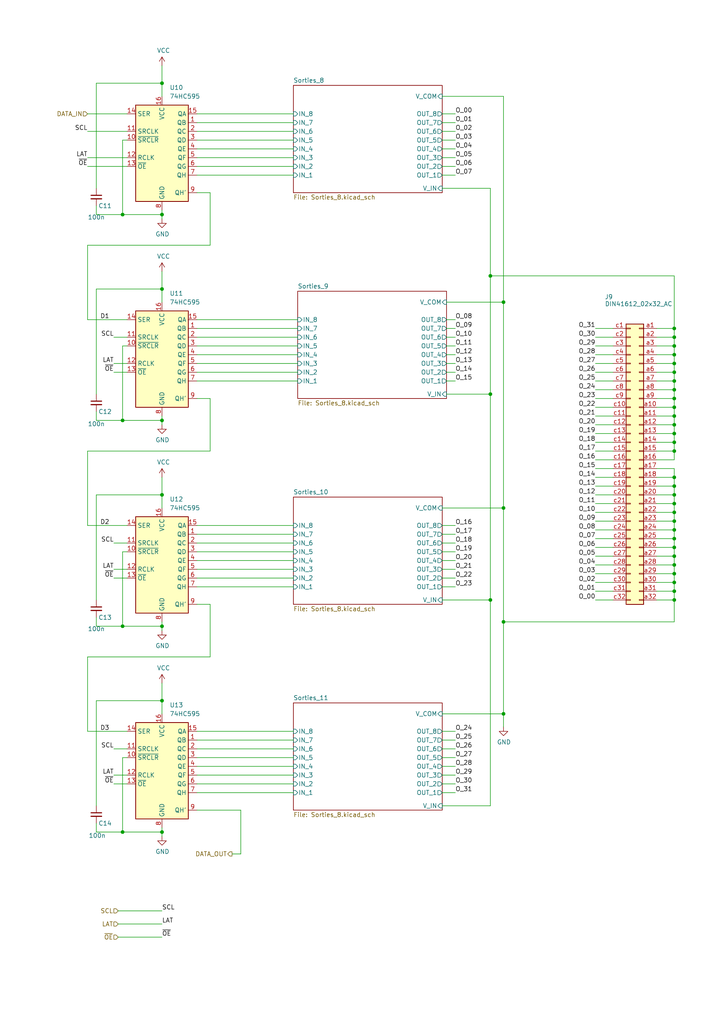
<source format=kicad_sch>
(kicad_sch (version 20250114) (generator "eeschema") (generator_version "9.0")
  (paper "A4" portrait)
  (title_block (title "Carte Midi - 64 Sorties") (date "2025-10-28") (comment 1 "Remplacement TIP127 par SSM3J356R,LF"))
  (lib_symbols
    (symbol "74xx:74HC595"
      (property "Reference" "U" (at -7.62 13.97 0))
      (property "Value" "74HC595" (at -7.62 -16.51 0))
      (symbol "74HC595_1_0"
        (pin input line (at -10.16 10.16 0) (length 2.54) (name "SER") (number "14"))
        (pin input line (at -10.16 5.08 0) (length 2.54) (name "SRCLK") (number "11"))
        (pin input line (at -10.16 2.54 0) (length 2.54) (name "~{SRCLR}") (number "10"))
        (pin input line (at -10.16 -2.54 0) (length 2.54) (name "RCLK") (number "12"))
        (pin input line (at -10.16 -5.08 0) (length 2.54) (name "~{OE}") (number "13"))
        (pin power_in line (at 0 15.24 270) (length 2.54) (name "VCC") (number "16"))
        (pin power_in line (at 0 -17.78 90) (length 2.54) (name "GND") (number "8"))
        (pin tri_state line (at 10.16 10.16 180) (length 2.54) (name "QA") (number "15"))
        (pin tri_state line (at 10.16 7.62 180) (length 2.54) (name "QB") (number "1"))
        (pin tri_state line (at 10.16 5.08 180) (length 2.54) (name "QC") (number "2"))
        (pin tri_state line (at 10.16 2.54 180) (length 2.54) (name "QD") (number "3"))
        (pin tri_state line (at 10.16 0 180) (length 2.54) (name "QE") (number "4"))
        (pin tri_state line (at 10.16 -2.54 180) (length 2.54) (name "QF") (number "5"))
        (pin tri_state line (at 10.16 -5.08 180) (length 2.54) (name "QG") (number "6"))
        (pin tri_state line (at 10.16 -7.62 180) (length 2.54) (name "QH") (number "7"))
        (pin output line (at 10.16 -12.7 180) (length 2.54) (name "QH'") (number "9"))
      )
      (symbol "74HC595_1_1"
        (rectangle (start -7.62 12.7) (end 7.62 -15.24) (stroke (width 0.254)) (fill (type background)))
      )
    )
    (symbol "Connector:DIN41612_02x32_AC" (pin_names (offset 1.016) (hide yes))
      (property "Reference" "J" (at 1.27 40.64 0))
      (property "Value" "DIN41612_02x32_AC" (at 1.27 -43.18 0))
      (symbol "DIN41612_02x32_AC_1_1"
        (rectangle (start -1.27 39.37) (end 3.81 -41.91) (stroke (width 0.254)) (fill (type background)))
        (rectangle (start -1.27 38.227) (end 0 37.973) (stroke (width 0.1524)))
        (rectangle (start -1.27 35.687) (end 0 35.433) (stroke (width 0.1524)))
        (rectangle (start -1.27 33.147) (end 0 32.893) (stroke (width 0.1524)))
        (rectangle (start -1.27 30.607) (end 0 30.353) (stroke (width 0.1524)))
        (rectangle (start -1.27 28.067) (end 0 27.813) (stroke (width 0.1524)))
        (rectangle (start -1.27 25.527) (end 0 25.273) (stroke (width 0.1524)))
        (rectangle (start -1.27 22.987) (end 0 22.733) (stroke (width 0.1524)))
        (rectangle (start -1.27 20.447) (end 0 20.193) (stroke (width 0.1524)))
        (rectangle (start -1.27 17.907) (end 0 17.653) (stroke (width 0.1524)))
        (rectangle (start -1.27 15.367) (end 0 15.113) (stroke (width 0.1524)))
        (rectangle (start -1.27 12.827) (end 0 12.573) (stroke (width 0.1524)))
        (rectangle (start -1.27 10.287) (end 0 10.033) (stroke (width 0.1524)))
        (rectangle (start -1.27 7.747) (end 0 7.493) (stroke (width 0.1524)))
        (rectangle (start -1.27 5.207) (end 0 4.953) (stroke (width 0.1524)))
        (rectangle (start -1.27 2.667) (end 0 2.413) (stroke (width 0.1524)))
        (rectangle (start -1.27 0.127) (end 0 -0.127) (stroke (width 0.1524)))
        (rectangle (start -1.27 -2.413) (end 0 -2.667) (stroke (width 0.1524)))
        (rectangle (start -1.27 -4.953) (end 0 -5.207) (stroke (width 0.1524)))
        (rectangle (start -1.27 -7.493) (end 0 -7.747) (stroke (width 0.1524)))
        (rectangle (start -1.27 -10.033) (end 0 -10.287) (stroke (width 0.1524)))
        (rectangle (start -1.27 -12.573) (end 0 -12.827) (stroke (width 0.1524)))
        (rectangle (start -1.27 -15.113) (end 0 -15.367) (stroke (width 0.1524)))
        (rectangle (start -1.27 -17.653) (end 0 -17.907) (stroke (width 0.1524)))
        (rectangle (start -1.27 -20.193) (end 0 -20.447) (stroke (width 0.1524)))
        (rectangle (start -1.27 -22.733) (end 0 -22.987) (stroke (width 0.1524)))
        (rectangle (start -1.27 -25.273) (end 0 -25.527) (stroke (width 0.1524)))
        (rectangle (start -1.27 -27.813) (end 0 -28.067) (stroke (width 0.1524)))
        (rectangle (start -1.27 -30.353) (end 0 -30.607) (stroke (width 0.1524)))
        (rectangle (start -1.27 -32.893) (end 0 -33.147) (stroke (width 0.1524)))
        (rectangle (start -1.27 -35.433) (end 0 -35.687) (stroke (width 0.1524)))
        (rectangle (start -1.27 -37.973) (end 0 -38.227) (stroke (width 0.1524)))
        (rectangle (start -1.27 -40.513) (end 0 -40.767) (stroke (width 0.1524)))
        (rectangle (start 3.81 38.227) (end 2.54 37.973) (stroke (width 0.1524)))
        (rectangle (start 3.81 35.687) (end 2.54 35.433) (stroke (width 0.1524)))
        (rectangle (start 3.81 33.147) (end 2.54 32.893) (stroke (width 0.1524)))
        (rectangle (start 3.81 30.607) (end 2.54 30.353) (stroke (width 0.1524)))
        (rectangle (start 3.81 28.067) (end 2.54 27.813) (stroke (width 0.1524)))
        (rectangle (start 3.81 25.527) (end 2.54 25.273) (stroke (width 0.1524)))
        (rectangle (start 3.81 22.987) (end 2.54 22.733) (stroke (width 0.1524)))
        (rectangle (start 3.81 20.447) (end 2.54 20.193) (stroke (width 0.1524)))
        (rectangle (start 3.81 17.907) (end 2.54 17.653) (stroke (width 0.1524)))
        (rectangle (start 3.81 15.367) (end 2.54 15.113) (stroke (width 0.1524)))
        (rectangle (start 3.81 12.827) (end 2.54 12.573) (stroke (width 0.1524)))
        (rectangle (start 3.81 10.287) (end 2.54 10.033) (stroke (width 0.1524)))
        (rectangle (start 3.81 7.747) (end 2.54 7.493) (stroke (width 0.1524)))
        (rectangle (start 3.81 5.207) (end 2.54 4.953) (stroke (width 0.1524)))
        (rectangle (start 3.81 2.667) (end 2.54 2.413) (stroke (width 0.1524)))
        (rectangle (start 3.81 0.127) (end 2.54 -0.127) (stroke (width 0.1524)))
        (rectangle (start 3.81 -2.413) (end 2.54 -2.667) (stroke (width 0.1524)))
        (rectangle (start 3.81 -4.953) (end 2.54 -5.207) (stroke (width 0.1524)))
        (rectangle (start 3.81 -7.493) (end 2.54 -7.747) (stroke (width 0.1524)))
        (rectangle (start 3.81 -10.033) (end 2.54 -10.287) (stroke (width 0.1524)))
        (rectangle (start 3.81 -12.573) (end 2.54 -12.827) (stroke (width 0.1524)))
        (rectangle (start 3.81 -15.113) (end 2.54 -15.367) (stroke (width 0.1524)))
        (rectangle (start 3.81 -17.653) (end 2.54 -17.907) (stroke (width 0.1524)))
        (rectangle (start 3.81 -20.193) (end 2.54 -20.447) (stroke (width 0.1524)))
        (rectangle (start 3.81 -22.733) (end 2.54 -22.987) (stroke (width 0.1524)))
        (rectangle (start 3.81 -25.273) (end 2.54 -25.527) (stroke (width 0.1524)))
        (rectangle (start 3.81 -27.813) (end 2.54 -28.067) (stroke (width 0.1524)))
        (rectangle (start 3.81 -30.353) (end 2.54 -30.607) (stroke (width 0.1524)))
        (rectangle (start 3.81 -32.893) (end 2.54 -33.147) (stroke (width 0.1524)))
        (rectangle (start 3.81 -35.433) (end 2.54 -35.687) (stroke (width 0.1524)))
        (rectangle (start 3.81 -37.973) (end 2.54 -38.227) (stroke (width 0.1524)))
        (rectangle (start 3.81 -40.513) (end 2.54 -40.767) (stroke (width 0.1524)))
        (pin passive line (at -5.08 38.1 0) (length 3.81) (name "Pin_a1") (number "a1"))
        (pin passive line (at -5.08 35.56 0) (length 3.81) (name "Pin_a2") (number "a2"))
        (pin passive line (at -5.08 33.02 0) (length 3.81) (name "Pin_a3") (number "a3"))
        (pin passive line (at -5.08 30.48 0) (length 3.81) (name "Pin_a4") (number "a4"))
        (pin passive line (at -5.08 27.94 0) (length 3.81) (name "Pin_a5") (number "a5"))
        (pin passive line (at -5.08 25.4 0) (length 3.81) (name "Pin_a6") (number "a6"))
        (pin passive line (at -5.08 22.86 0) (length 3.81) (name "Pin_a7") (number "a7"))
        (pin passive line (at -5.08 20.32 0) (length 3.81) (name "Pin_a8") (number "a8"))
        (pin passive line (at -5.08 17.78 0) (length 3.81) (name "Pin_a9") (number "a9"))
        (pin passive line (at -5.08 15.24 0) (length 3.81) (name "Pin_a10") (number "a10"))
        (pin passive line (at -5.08 12.7 0) (length 3.81) (name "Pin_a11") (number "a11"))
        (pin passive line (at -5.08 10.16 0) (length 3.81) (name "Pin_a12") (number "a12"))
        (pin passive line (at -5.08 7.62 0) (length 3.81) (name "Pin_a13") (number "a13"))
        (pin passive line (at -5.08 5.08 0) (length 3.81) (name "Pin_a14") (number "a14"))
        (pin passive line (at -5.08 2.54 0) (length 3.81) (name "Pin_a15") (number "a15"))
        (pin passive line (at -5.08 0 0) (length 3.81) (name "Pin_a16") (number "a16"))
        (pin passive line (at -5.08 -2.54 0) (length 3.81) (name "Pin_a17") (number "a17"))
        (pin passive line (at -5.08 -5.08 0) (length 3.81) (name "Pin_a18") (number "a18"))
        (pin passive line (at -5.08 -7.62 0) (length 3.81) (name "Pin_a19") (number "a19"))
        (pin passive line (at -5.08 -10.16 0) (length 3.81) (name "Pin_a20") (number "a20"))
        (pin passive line (at -5.08 -12.7 0) (length 3.81) (name "Pin_a21") (number "a21"))
        (pin passive line (at -5.08 -15.24 0) (length 3.81) (name "Pin_a22") (number "a22"))
        (pin passive line (at -5.08 -17.78 0) (length 3.81) (name "Pin_a23") (number "a23"))
        (pin passive line (at -5.08 -20.32 0) (length 3.81) (name "Pin_a24") (number "a24"))
        (pin passive line (at -5.08 -22.86 0) (length 3.81) (name "Pin_a25") (number "a25"))
        (pin passive line (at -5.08 -25.4 0) (length 3.81) (name "Pin_a26") (number "a26"))
        (pin passive line (at -5.08 -27.94 0) (length 3.81) (name "Pin_a27") (number "a27"))
        (pin passive line (at -5.08 -30.48 0) (length 3.81) (name "Pin_a28") (number "a28"))
        (pin passive line (at -5.08 -33.02 0) (length 3.81) (name "Pin_a29") (number "a29"))
        (pin passive line (at -5.08 -35.56 0) (length 3.81) (name "Pin_a30") (number "a30"))
        (pin passive line (at -5.08 -38.1 0) (length 3.81) (name "Pin_a31") (number "a31"))
        (pin passive line (at -5.08 -40.64 0) (length 3.81) (name "Pin_a32") (number "a32"))
        (pin passive line (at 7.62 38.1 180) (length 3.81) (name "Pin_c1") (number "c1"))
        (pin passive line (at 7.62 35.56 180) (length 3.81) (name "Pin_c2") (number "c2"))
        (pin passive line (at 7.62 33.02 180) (length 3.81) (name "Pin_c3") (number "c3"))
        (pin passive line (at 7.62 30.48 180) (length 3.81) (name "Pin_c4") (number "c4"))
        (pin passive line (at 7.62 27.94 180) (length 3.81) (name "Pin_c5") (number "c5"))
        (pin passive line (at 7.62 25.4 180) (length 3.81) (name "Pin_c6") (number "c6"))
        (pin passive line (at 7.62 22.86 180) (length 3.81) (name "Pin_c7") (number "c7"))
        (pin passive line (at 7.62 20.32 180) (length 3.81) (name "Pin_c8") (number "c8"))
        (pin passive line (at 7.62 17.78 180) (length 3.81) (name "Pin_c9") (number "c9"))
        (pin passive line (at 7.62 15.24 180) (length 3.81) (name "Pin_c10") (number "c10"))
        (pin passive line (at 7.62 12.7 180) (length 3.81) (name "Pin_c11") (number "c11"))
        (pin passive line (at 7.62 10.16 180) (length 3.81) (name "Pin_c12") (number "c12"))
        (pin passive line (at 7.62 7.62 180) (length 3.81) (name "Pin_c13") (number "c13"))
        (pin passive line (at 7.62 5.08 180) (length 3.81) (name "Pin_c14") (number "c14"))
        (pin passive line (at 7.62 2.54 180) (length 3.81) (name "Pin_c15") (number "c15"))
        (pin passive line (at 7.62 0 180) (length 3.81) (name "Pin_c16") (number "c16"))
        (pin passive line (at 7.62 -2.54 180) (length 3.81) (name "Pin_c17") (number "c17"))
        (pin passive line (at 7.62 -5.08 180) (length 3.81) (name "Pin_c18") (number "c18"))
        (pin passive line (at 7.62 -7.62 180) (length 3.81) (name "Pin_c19") (number "c19"))
        (pin passive line (at 7.62 -10.16 180) (length 3.81) (name "Pin_c20") (number "c20"))
        (pin passive line (at 7.62 -12.7 180) (length 3.81) (name "Pin_c21") (number "c21"))
        (pin passive line (at 7.62 -15.24 180) (length 3.81) (name "Pin_c22") (number "c22"))
        (pin passive line (at 7.62 -17.78 180) (length 3.81) (name "Pin_c23") (number "c23"))
        (pin passive line (at 7.62 -20.32 180) (length 3.81) (name "Pin_c24") (number "c24"))
        (pin passive line (at 7.62 -22.86 180) (length 3.81) (name "Pin_c25") (number "c25"))
        (pin passive line (at 7.62 -25.4 180) (length 3.81) (name "Pin_c26") (number "c26"))
        (pin passive line (at 7.62 -27.94 180) (length 3.81) (name "Pin_c27") (number "c27"))
        (pin passive line (at 7.62 -30.48 180) (length 3.81) (name "Pin_c28") (number "c28"))
        (pin passive line (at 7.62 -33.02 180) (length 3.81) (name "Pin_c29") (number "c29"))
        (pin passive line (at 7.62 -35.56 180) (length 3.81) (name "Pin_c30") (number "c30"))
        (pin passive line (at 7.62 -38.1 180) (length 3.81) (name "Pin_c31") (number "c31"))
        (pin passive line (at 7.62 -40.64 180) (length 3.81) (name "Pin_c32") (number "c32"))
      )
    )
    (symbol "Device:C_Small" (pin_numbers (hide yes)) (pin_names (offset 0.254) (hide yes))
      (property "Reference" "C" (at 0.254 1.778 0))
      (property "Value" "C_Small" (at 0.254 -2.032 0))
      (symbol "C_Small_0_1"
        (polyline (pts (xy -1.524 0.508) (xy 1.524 0.508)) (stroke (width 0.3048)))
        (polyline (pts (xy -1.524 -0.508) (xy 1.524 -0.508)) (stroke (width 0.3302)))
      )
      (symbol "C_Small_1_1"
        (pin passive line (at 0 2.54 270) (length 2.032) (name "~") (number "1"))
        (pin passive line (at 0 -2.54 90) (length 2.032) (name "~") (number "2"))
      )
    )
    (symbol "power:GND" (power) (pin_numbers (hide yes)) (pin_names (offset 0) (hide yes))
      (property "Value" "GND" (at 0 -3.81 0))
      (symbol "GND_0_1"
        (polyline (pts (xy 0 0) (xy 0 -1.27) (xy 1.27 -1.27) (xy 0 -2.54) (xy -1.27 -1.27) (xy 0 -1.27)))
      )
      (symbol "GND_1_1"
        (pin power_in line (at 0 0 270) (length 0) (name "~") (number "1"))
      )
    )
    (symbol "power:VCC" (power) (pin_numbers (hide yes)) (pin_names (offset 0) (hide yes))
      (property "Value" "VCC" (at 0 3.556 0))
      (symbol "VCC_0_1"
        (polyline (pts (xy -0.762 1.27) (xy 0 2.54)))
        (polyline (pts (xy 0 2.54) (xy 0.762 1.27)))
        (polyline (pts (xy 0 0) (xy 0 2.54)))
      )
      (symbol "VCC_1_1"
        (pin power_in line (at 0 0 90) (length 0) (name "~") (number "1"))
      )
    )
  )
  (junction (at 195.58 153.67))
  (junction (at 195.58 102.87))
  (junction (at 46.99 83.82))
  (junction (at 195.58 173.99))
  (junction (at 195.58 97.79))
  (junction (at 46.99 203.2))
  (junction (at 46.99 143.51))
  (junction (at 35.56 241.3))
  (junction (at 195.58 168.91))
  (junction (at 195.58 161.29))
  (junction (at 195.58 151.13))
  (junction (at 46.99 121.92))
  (junction (at 195.58 125.73))
  (junction (at 195.58 95.25))
  (junction (at 195.58 143.51))
  (junction (at 142.24 173.99))
  (junction (at 195.58 171.45))
  (junction (at 195.58 166.37))
  (junction (at 195.58 158.75))
  (junction (at 195.58 118.11))
  (junction (at 195.58 163.83))
  (junction (at 142.24 80.01))
  (junction (at 146.05 147.32))
  (junction (at 195.58 100.33))
  (junction (at 195.58 120.65))
  (junction (at 146.05 207.01))
  (junction (at 142.24 114.3))
  (junction (at 35.56 62.23))
  (junction (at 195.58 140.97))
  (junction (at 195.58 115.57))
  (junction (at 195.58 148.59))
  (junction (at 195.58 156.21))
  (junction (at 146.05 180.34))
  (junction (at 195.58 128.27))
  (junction (at 195.58 130.81))
  (junction (at 195.58 123.19))
  (junction (at 46.99 24.13))
  (junction (at 195.58 110.49))
  (junction (at 35.56 181.61))
  (junction (at 195.58 105.41))
  (junction (at 195.58 146.05))
  (junction (at 35.56 121.92))
  (junction (at 46.99 181.61))
  (junction (at 146.05 87.63))
  (junction (at 195.58 138.43))
  (junction (at 195.58 107.95))
  (junction (at 195.58 113.03))
  (junction (at 46.99 62.23))
  (junction (at 46.99 241.3))
  (wire (pts (xy 35.56 181.61) (xy 46.99 181.61)))
  (wire (pts (xy 33.02 224.79) (xy 36.83 224.79)))
  (wire (pts (xy 128.27 147.32) (xy 146.05 147.32)))
  (wire (pts (xy 27.94 203.2) (xy 46.99 203.2)))
  (wire (pts (xy 195.58 173.99) (xy 190.5 173.99)))
  (wire (pts (xy 195.58 180.34) (xy 195.58 173.99)))
  (wire (pts (xy 195.58 140.97) (xy 195.58 138.43)))
  (wire (pts (xy 195.58 110.49) (xy 195.58 107.95)))
  (wire (pts (xy 36.83 100.33) (xy 35.56 100.33)))
  (wire (pts (xy 128.27 157.48) (xy 132.08 157.48)))
  (wire (pts (xy 190.5 163.83) (xy 195.58 163.83)))
  (wire (pts (xy 27.94 24.13) (xy 27.94 54.61)))
  (wire (pts (xy 195.58 95.25) (xy 195.58 80.01)))
  (wire (pts (xy 57.15 154.94) (xy 85.09 154.94)))
  (wire (pts (xy 128.27 50.8) (xy 132.08 50.8)))
  (wire (pts (xy 195.58 156.21) (xy 195.58 153.67)))
  (wire (pts (xy 46.99 60.96) (xy 46.99 62.23)))
  (wire (pts (xy 172.72 158.75) (xy 177.8 158.75)))
  (wire (pts (xy 195.58 123.19) (xy 195.58 120.65)))
  (wire (pts (xy 172.72 95.25) (xy 177.8 95.25)))
  (wire (pts (xy 129.54 102.87) (xy 132.08 102.87)))
  (wire (pts (xy 190.5 158.75) (xy 195.58 158.75)))
  (wire (pts (xy 27.94 62.23) (xy 27.94 59.69)))
  (wire (pts (xy 195.58 143.51) (xy 195.58 146.05)))
  (wire (pts (xy 57.15 167.64) (xy 85.09 167.64)))
  (wire (pts (xy 129.54 110.49) (xy 132.08 110.49)))
  (wire (pts (xy 195.58 128.27) (xy 195.58 125.73)))
  (wire (pts (xy 142.24 80.01) (xy 195.58 80.01)))
  (wire (pts (xy 128.27 173.99) (xy 142.24 173.99)))
  (wire (pts (xy 195.58 148.59) (xy 195.58 146.05)))
  (wire (pts (xy 128.27 217.17) (xy 132.08 217.17)))
  (wire (pts (xy 57.15 162.56) (xy 85.09 162.56)))
  (wire (pts (xy 57.15 43.18) (xy 85.09 43.18)))
  (wire (pts (xy 128.27 212.09) (xy 132.08 212.09)))
  (wire (pts (xy 195.58 166.37) (xy 195.58 163.83)))
  (wire (pts (xy 128.27 233.68) (xy 142.24 233.68)))
  (wire (pts (xy 60.96 55.88) (xy 60.96 71.12)))
  (wire (pts (xy 33.02 165.1) (xy 36.83 165.1)))
  (wire (pts (xy 35.56 241.3) (xy 46.99 241.3)))
  (wire (pts (xy 172.72 130.81) (xy 177.8 130.81)))
  (wire (pts (xy 172.72 110.49) (xy 177.8 110.49)))
  (wire (pts (xy 46.99 138.43) (xy 46.99 143.51)))
  (wire (pts (xy 172.72 173.99) (xy 177.8 173.99)))
  (wire (pts (xy 190.5 120.65) (xy 195.58 120.65)))
  (wire (pts (xy 195.58 97.79) (xy 195.58 95.25)))
  (wire (pts (xy 35.56 62.23) (xy 46.99 62.23)))
  (wire (pts (xy 27.94 143.51) (xy 27.94 173.99)))
  (wire (pts (xy 69.85 247.65) (xy 67.31 247.65)))
  (wire (pts (xy 57.15 214.63) (xy 85.09 214.63)))
  (wire (pts (xy 57.15 224.79) (xy 85.09 224.79)))
  (wire (pts (xy 190.5 123.19) (xy 195.58 123.19)))
  (wire (pts (xy 57.15 160.02) (xy 85.09 160.02)))
  (wire (pts (xy 128.27 167.64) (xy 132.08 167.64)))
  (wire (pts (xy 190.5 115.57) (xy 195.58 115.57)))
  (wire (pts (xy 46.99 19.05) (xy 46.99 24.13)))
  (wire (pts (xy 128.27 170.18) (xy 132.08 170.18)))
  (wire (pts (xy 25.4 71.12) (xy 25.4 92.71)))
  (wire (pts (xy 190.5 128.27) (xy 195.58 128.27)))
  (wire (pts (xy 27.94 203.2) (xy 27.94 233.68)))
  (wire (pts (xy 27.94 121.92) (xy 35.56 121.92)))
  (wire (pts (xy 27.94 143.51) (xy 46.99 143.51)))
  (wire (pts (xy 190.5 138.43) (xy 195.58 138.43)))
  (wire (pts (xy 128.27 43.18) (xy 132.08 43.18)))
  (wire (pts (xy 190.5 171.45) (xy 195.58 171.45)))
  (wire (pts (xy 35.56 100.33) (xy 35.56 121.92)))
  (wire (pts (xy 146.05 207.01) (xy 146.05 210.82)))
  (wire (pts (xy 57.15 48.26) (xy 85.09 48.26)))
  (wire (pts (xy 128.27 33.02) (xy 132.08 33.02)))
  (wire (pts (xy 46.99 241.3) (xy 46.99 242.57)))
  (wire (pts (xy 195.58 143.51) (xy 195.58 140.97)))
  (wire (pts (xy 129.54 95.25) (xy 132.08 95.25)))
  (wire (pts (xy 128.27 222.25) (xy 132.08 222.25)))
  (wire (pts (xy 46.99 181.61) (xy 46.99 182.88)))
  (wire (pts (xy 128.27 165.1) (xy 132.08 165.1)))
  (wire (pts (xy 33.02 97.79) (xy 36.83 97.79)))
  (wire (pts (xy 195.58 161.29) (xy 195.58 163.83)))
  (wire (pts (xy 57.15 222.25) (xy 85.09 222.25)))
  (wire (pts (xy 25.4 212.09) (xy 36.83 212.09)))
  (wire (pts (xy 57.15 40.64) (xy 85.09 40.64)))
  (wire (pts (xy 195.58 125.73) (xy 195.58 123.19)))
  (wire (pts (xy 34.29 267.97) (xy 46.99 267.97)))
  (wire (pts (xy 195.58 128.27) (xy 195.58 130.81)))
  (wire (pts (xy 128.27 40.64) (xy 132.08 40.64)))
  (wire (pts (xy 25.4 92.71) (xy 36.83 92.71)))
  (wire (pts (xy 195.58 138.43) (xy 195.58 135.89)))
  (wire (pts (xy 195.58 158.75) (xy 195.58 156.21)))
  (wire (pts (xy 190.5 135.89) (xy 195.58 135.89)))
  (wire (pts (xy 172.72 148.59) (xy 177.8 148.59)))
  (wire (pts (xy 35.56 40.64) (xy 35.56 62.23)))
  (wire (pts (xy 172.72 133.35) (xy 177.8 133.35)))
  (wire (pts (xy 146.05 147.32) (xy 146.05 180.34)))
  (wire (pts (xy 172.72 146.05) (xy 177.8 146.05)))
  (wire (pts (xy 195.58 113.03) (xy 195.58 110.49)))
  (wire (pts (xy 190.5 102.87) (xy 195.58 102.87)))
  (wire (pts (xy 128.27 27.94) (xy 146.05 27.94)))
  (wire (pts (xy 57.15 38.1) (xy 85.09 38.1)))
  (wire (pts (xy 46.99 120.65) (xy 46.99 121.92)))
  (wire (pts (xy 25.4 48.26) (xy 36.83 48.26)))
  (wire (pts (xy 46.99 78.74) (xy 46.99 83.82)))
  (wire (pts (xy 129.54 105.41) (xy 132.08 105.41)))
  (wire (pts (xy 57.15 152.4) (xy 85.09 152.4)))
  (wire (pts (xy 34.29 264.16) (xy 46.99 264.16)))
  (wire (pts (xy 27.94 181.61) (xy 35.56 181.61)))
  (wire (pts (xy 190.5 143.51) (xy 195.58 143.51)))
  (wire (pts (xy 190.5 110.49) (xy 195.58 110.49)))
  (wire (pts (xy 33.02 157.48) (xy 36.83 157.48)))
  (wire (pts (xy 190.5 107.95) (xy 195.58 107.95)))
  (wire (pts (xy 35.56 160.02) (xy 35.56 181.61)))
  (wire (pts (xy 190.5 133.35) (xy 195.58 133.35)))
  (wire (pts (xy 57.15 227.33) (xy 85.09 227.33)))
  (wire (pts (xy 190.5 161.29) (xy 195.58 161.29)))
  (wire (pts (xy 190.5 156.21) (xy 195.58 156.21)))
  (wire (pts (xy 172.72 171.45) (xy 177.8 171.45)))
  (wire (pts (xy 172.72 168.91) (xy 177.8 168.91)))
  (wire (pts (xy 129.54 97.79) (xy 132.08 97.79)))
  (wire (pts (xy 172.72 166.37) (xy 177.8 166.37)))
  (wire (pts (xy 172.72 107.95) (xy 177.8 107.95)))
  (wire (pts (xy 172.72 156.21) (xy 177.8 156.21)))
  (wire (pts (xy 172.72 153.67) (xy 177.8 153.67)))
  (wire (pts (xy 57.15 175.26) (xy 60.96 175.26)))
  (wire (pts (xy 128.27 160.02) (xy 132.08 160.02)))
  (wire (pts (xy 57.15 107.95) (xy 86.36 107.95)))
  (wire (pts (xy 46.99 143.51) (xy 46.99 147.32)))
  (wire (pts (xy 190.5 105.41) (xy 195.58 105.41)))
  (wire (pts (xy 46.99 198.12) (xy 46.99 203.2)))
  (wire (pts (xy 195.58 166.37) (xy 195.58 168.91)))
  (wire (pts (xy 46.99 121.92) (xy 46.99 123.19)))
  (wire (pts (xy 46.99 240.03) (xy 46.99 241.3)))
  (wire (pts (xy 69.85 234.95) (xy 69.85 247.65)))
  (wire (pts (xy 172.72 161.29) (xy 177.8 161.29)))
  (wire (pts (xy 190.5 130.81) (xy 195.58 130.81)))
  (wire (pts (xy 27.94 62.23) (xy 35.56 62.23)))
  (wire (pts (xy 57.15 170.18) (xy 85.09 170.18)))
  (wire (pts (xy 146.05 87.63) (xy 146.05 147.32)))
  (wire (pts (xy 57.15 45.72) (xy 85.09 45.72)))
  (wire (pts (xy 35.56 121.92) (xy 46.99 121.92)))
  (wire (pts (xy 195.58 100.33) (xy 195.58 97.79)))
  (wire (pts (xy 36.83 160.02) (xy 35.56 160.02)))
  (wire (pts (xy 129.54 107.95) (xy 132.08 107.95)))
  (wire (pts (xy 36.83 40.64) (xy 35.56 40.64)))
  (wire (pts (xy 172.72 128.27) (xy 177.8 128.27)))
  (wire (pts (xy 57.15 157.48) (xy 85.09 157.48)))
  (wire (pts (xy 195.58 153.67) (xy 195.58 151.13)))
  (wire (pts (xy 57.15 219.71) (xy 85.09 219.71)))
  (wire (pts (xy 195.58 102.87) (xy 195.58 100.33)))
  (wire (pts (xy 57.15 105.41) (xy 86.36 105.41)))
  (wire (pts (xy 128.27 214.63) (xy 132.08 214.63)))
  (wire (pts (xy 36.83 107.95) (xy 33.02 107.95)))
  (wire (pts (xy 190.5 100.33) (xy 195.58 100.33)))
  (wire (pts (xy 142.24 80.01) (xy 142.24 114.3)))
  (wire (pts (xy 25.4 38.1) (xy 36.83 38.1)))
  (wire (pts (xy 146.05 27.94) (xy 146.05 87.63)))
  (wire (pts (xy 128.27 219.71) (xy 132.08 219.71)))
  (wire (pts (xy 172.72 140.97) (xy 177.8 140.97)))
  (wire (pts (xy 190.5 125.73) (xy 195.58 125.73)))
  (wire (pts (xy 25.4 152.4) (xy 36.83 152.4)))
  (wire (pts (xy 36.83 167.64) (xy 33.02 167.64)))
  (wire (pts (xy 57.15 97.79) (xy 86.36 97.79)))
  (wire (pts (xy 172.72 138.43) (xy 177.8 138.43)))
  (wire (pts (xy 190.5 166.37) (xy 195.58 166.37)))
  (wire (pts (xy 57.15 95.25) (xy 86.36 95.25)))
  (wire (pts (xy 57.15 234.95) (xy 69.85 234.95)))
  (wire (pts (xy 172.72 123.19) (xy 177.8 123.19)))
  (wire (pts (xy 33.02 105.41) (xy 36.83 105.41)))
  (wire (pts (xy 57.15 92.71) (xy 86.36 92.71)))
  (wire (pts (xy 195.58 133.35) (xy 195.58 130.81)))
  (wire (pts (xy 57.15 229.87) (xy 85.09 229.87)))
  (wire (pts (xy 27.94 241.3) (xy 27.94 238.76)))
  (wire (pts (xy 172.72 118.11) (xy 177.8 118.11)))
  (wire (pts (xy 36.83 227.33) (xy 33.02 227.33)))
  (wire (pts (xy 128.27 35.56) (xy 132.08 35.56)))
  (wire (pts (xy 34.29 271.78) (xy 46.99 271.78)))
  (wire (pts (xy 172.72 151.13) (xy 177.8 151.13)))
  (wire (pts (xy 57.15 100.33) (xy 86.36 100.33)))
  (wire (pts (xy 57.15 165.1) (xy 85.09 165.1)))
  (wire (pts (xy 60.96 130.81) (xy 25.4 130.81)))
  (wire (pts (xy 195.58 120.65) (xy 195.58 118.11)))
  (wire (pts (xy 35.56 219.71) (xy 35.56 241.3)))
  (wire (pts (xy 129.54 100.33) (xy 132.08 100.33)))
  (wire (pts (xy 57.15 110.49) (xy 86.36 110.49)))
  (wire (pts (xy 128.27 45.72) (xy 132.08 45.72)))
  (wire (pts (xy 142.24 173.99) (xy 142.24 233.68)))
  (wire (pts (xy 27.94 83.82) (xy 27.94 114.3)))
  (wire (pts (xy 25.4 33.02) (xy 36.83 33.02)))
  (wire (pts (xy 172.72 115.57) (xy 177.8 115.57)))
  (wire (pts (xy 36.83 219.71) (xy 35.56 219.71)))
  (wire (pts (xy 27.94 241.3) (xy 35.56 241.3)))
  (wire (pts (xy 57.15 55.88) (xy 60.96 55.88)))
  (wire (pts (xy 190.5 148.59) (xy 195.58 148.59)))
  (wire (pts (xy 190.5 118.11) (xy 195.58 118.11)))
  (wire (pts (xy 129.54 92.71) (xy 132.08 92.71)))
  (wire (pts (xy 172.72 135.89) (xy 177.8 135.89)))
  (wire (pts (xy 190.5 95.25) (xy 195.58 95.25)))
  (wire (pts (xy 146.05 180.34) (xy 195.58 180.34)))
  (wire (pts (xy 172.72 120.65) (xy 177.8 120.65)))
  (wire (pts (xy 195.58 105.41) (xy 195.58 102.87)))
  (wire (pts (xy 25.4 190.5) (xy 25.4 212.09)))
  (wire (pts (xy 190.5 153.67) (xy 195.58 153.67)))
  (wire (pts (xy 57.15 35.56) (xy 85.09 35.56)))
  (wire (pts (xy 128.27 227.33) (xy 132.08 227.33)))
  (wire (pts (xy 195.58 173.99) (xy 195.58 171.45)))
  (wire (pts (xy 195.58 107.95) (xy 195.58 105.41)))
  (wire (pts (xy 172.72 163.83) (xy 177.8 163.83)))
  (wire (pts (xy 57.15 102.87) (xy 86.36 102.87)))
  (wire (pts (xy 33.02 217.17) (xy 36.83 217.17)))
  (wire (pts (xy 128.27 48.26) (xy 132.08 48.26)))
  (wire (pts (xy 25.4 45.72) (xy 36.83 45.72)))
  (wire (pts (xy 60.96 190.5) (xy 25.4 190.5)))
  (wire (pts (xy 190.5 146.05) (xy 195.58 146.05)))
  (wire (pts (xy 57.15 33.02) (xy 85.09 33.02)))
  (wire (pts (xy 129.54 87.63) (xy 146.05 87.63)))
  (wire (pts (xy 190.5 140.97) (xy 195.58 140.97)))
  (wire (pts (xy 128.27 162.56) (xy 132.08 162.56)))
  (wire (pts (xy 46.99 24.13) (xy 46.99 27.94)))
  (wire (pts (xy 27.94 24.13) (xy 46.99 24.13)))
  (wire (pts (xy 172.72 102.87) (xy 177.8 102.87)))
  (wire (pts (xy 60.96 175.26) (xy 60.96 190.5)))
  (wire (pts (xy 60.96 115.57) (xy 60.96 130.81)))
  (wire (pts (xy 129.54 114.3) (xy 142.24 114.3)))
  (wire (pts (xy 195.58 171.45) (xy 195.58 168.91)))
  (wire (pts (xy 172.72 97.79) (xy 177.8 97.79)))
  (wire (pts (xy 195.58 161.29) (xy 195.58 158.75)))
  (wire (pts (xy 195.58 115.57) (xy 195.58 113.03)))
  (wire (pts (xy 172.72 113.03) (xy 177.8 113.03)))
  (wire (pts (xy 128.27 154.94) (xy 132.08 154.94)))
  (wire (pts (xy 146.05 180.34) (xy 146.05 207.01)))
  (wire (pts (xy 128.27 54.61) (xy 142.24 54.61)))
  (wire (pts (xy 57.15 50.8) (xy 85.09 50.8)))
  (wire (pts (xy 190.5 168.91) (xy 195.58 168.91)))
  (wire (pts (xy 195.58 118.11) (xy 195.58 115.57)))
  (wire (pts (xy 46.99 62.23) (xy 46.99 63.5)))
  (wire (pts (xy 172.72 125.73) (xy 177.8 125.73)))
  (wire (pts (xy 172.72 105.41) (xy 177.8 105.41)))
  (wire (pts (xy 195.58 151.13) (xy 195.58 148.59)))
  (wire (pts (xy 57.15 217.17) (xy 85.09 217.17)))
  (wire (pts (xy 142.24 54.61) (xy 142.24 80.01)))
  (wire (pts (xy 128.27 38.1) (xy 132.08 38.1)))
  (wire (pts (xy 190.5 151.13) (xy 195.58 151.13)))
  (wire (pts (xy 142.24 114.3) (xy 142.24 173.99)))
  (wire (pts (xy 27.94 181.61) (xy 27.94 179.07)))
  (wire (pts (xy 57.15 115.57) (xy 60.96 115.57)))
  (wire (pts (xy 128.27 229.87) (xy 132.08 229.87)))
  (wire (pts (xy 128.27 207.01) (xy 146.05 207.01)))
  (wire (pts (xy 60.96 71.12) (xy 25.4 71.12)))
  (wire (pts (xy 46.99 180.34) (xy 46.99 181.61)))
  (wire (pts (xy 25.4 130.81) (xy 25.4 152.4)))
  (wire (pts (xy 27.94 121.92) (xy 27.94 119.38)))
  (wire (pts (xy 46.99 83.82) (xy 46.99 87.63)))
  (wire (pts (xy 190.5 113.03) (xy 195.58 113.03)))
  (wire (pts (xy 27.94 83.82) (xy 46.99 83.82)))
  (wire (pts (xy 46.99 203.2) (xy 46.99 207.01)))
  (wire (pts (xy 190.5 97.79) (xy 195.58 97.79)))
  (wire (pts (xy 128.27 224.79) (xy 132.08 224.79)))
  (wire (pts (xy 172.72 100.33) (xy 177.8 100.33)))
  (wire (pts (xy 128.27 152.4) (xy 132.08 152.4)))
  (wire (pts (xy 57.15 212.09) (xy 85.09 212.09)))
  (wire (pts (xy 172.72 143.51) (xy 177.8 143.51)))
  (label "~{OE}" (at 33.02 107.95 180))
  (label "O_10" (at 172.72 148.59 180))
  (label "O_24" (at 172.72 113.03 180))
  (label "O_13" (at 172.72 140.97 180))
  (label "O_29" (at 172.72 100.33 180))
  (label "O_12" (at 172.72 143.51 180))
  (label "O_18" (at 172.72 128.27 180))
  (label "O_18" (at 132.08 157.48 0))
  (label "O_08" (at 172.72 153.67 180))
  (label "O_14" (at 132.08 107.95 0))
  (label "O_08" (at 132.08 92.71 0))
  (label "O_01" (at 172.72 171.45 180))
  (label "~{OE}" (at 33.02 167.64 180))
  (label "O_11" (at 132.08 100.33 0))
  (label "O_22" (at 172.72 118.11 180))
  (label "O_00" (at 172.72 173.99 180))
  (label "O_31" (at 132.08 229.87 0))
  (label "SCL" (at 33.02 157.48 180))
  (label "LAT" (at 33.02 105.41 180))
  (label "O_27" (at 172.72 105.41 180))
  (label "SCL" (at 46.99 264.16 0))
  (label "O_15" (at 172.72 135.89 180))
  (label "O_01" (at 132.08 35.56 0))
  (label "O_05" (at 172.72 161.29 180))
  (label "O_14" (at 172.72 138.43 180))
  (label "~{OE}" (at 33.02 227.33 180))
  (label "O_19" (at 172.72 125.73 180))
  (label "O_23" (at 132.08 170.18 0))
  (label "O_26" (at 172.72 107.95 180))
  (label "D1" (at 31.75 92.71 180))
  (label "O_17" (at 172.72 130.81 180))
  (label "O_30" (at 132.08 227.33 0))
  (label "O_17" (at 132.08 154.94 0))
  (label "O_02" (at 132.08 38.1 0))
  (label "O_25" (at 132.08 214.63 0))
  (label "SCL" (at 33.02 97.79 180))
  (label "O_28" (at 172.72 102.87 180))
  (label "O_12" (at 132.08 102.87 0))
  (label "O_25" (at 172.72 110.49 180))
  (label "O_22" (at 132.08 167.64 0))
  (label "SCL" (at 33.02 217.17 180))
  (label "O_00" (at 132.08 33.02 0))
  (label "O_13" (at 132.08 105.41 0))
  (label "O_20" (at 132.08 162.56 0))
  (label "O_26" (at 132.08 217.17 0))
  (label "SCL" (at 25.4 38.1 180))
  (label "O_04" (at 172.72 163.83 180))
  (label "O_31" (at 172.72 95.25 180))
  (label "LAT" (at 33.02 224.79 180))
  (label "O_09" (at 172.72 151.13 180))
  (label "D2" (at 31.75 152.4 180))
  (label "O_10" (at 132.08 97.79 0))
  (label "O_24" (at 132.08 212.09 0))
  (label "O_06" (at 172.72 158.75 180))
  (label "O_28" (at 132.08 222.25 0))
  (label "O_16" (at 172.72 133.35 180))
  (label "O_07" (at 172.72 156.21 180))
  (label "LAT" (at 25.4 45.72 180))
  (label "O_02" (at 172.72 168.91 180))
  (label "O_29" (at 132.08 224.79 0))
  (label "~{OE}" (at 46.99 271.78 0))
  (label "O_16" (at 132.08 152.4 0))
  (label "O_23" (at 172.72 115.57 180))
  (label "O_07" (at 132.08 50.8 0))
  (label "O_27" (at 132.08 219.71 0))
  (label "O_04" (at 132.08 43.18 0))
  (label "O_03" (at 132.08 40.64 0))
  (label "O_11" (at 172.72 146.05 180))
  (label "O_19" (at 132.08 160.02 0))
  (label "D3" (at 31.75 212.09 180))
  (label "O_15" (at 132.08 110.49 0))
  (label "LAT" (at 33.02 165.1 180))
  (label "~{OE}" (at 25.4 48.26 180))
  (label "O_30" (at 172.72 97.79 180))
  (label "O_09" (at 132.08 95.25 0))
  (label "O_06" (at 132.08 48.26 0))
  (label "O_20" (at 172.72 123.19 180))
  (label "O_21" (at 172.72 120.65 180))
  (label "O_05" (at 132.08 45.72 0))
  (label "O_21" (at 132.08 165.1 0))
  (label "LAT" (at 46.99 267.97 0))
  (label "O_03" (at 172.72 166.37 180))
  (hierarchical_label "LAT" (shape input) (at 34.29 267.97 180))
  (hierarchical_label "DATA_OUT" (shape output) (at 67.31 247.65 180))
  (hierarchical_label "DATA_IN" (shape input) (at 25.4 33.02 180))
  (hierarchical_label "SCL" (shape input) (at 34.29 264.16 180))
  (hierarchical_label "~{OE}" (shape input) (at 34.29 271.78 180))
  (symbol (lib_id "power:VCC") (at 46.99 198.12 0) (unit 1)
    (property "Reference" "#PWR035" (effects (hide yes)))
    (property "Value" "VCC" (at 47.4218 193.7258 0))
    (property "Description" "Power symbol creates a global label with name \"VCC\"" (effects (hide yes)))
    (instances (project "64_Outs" (path "" (reference "#PWR043") (unit 1)) (path "" (reference "#PWR035") (unit 1))))
  )
  (symbol (lib_id "74xx:74HC595") (at 46.99 162.56 0) (unit 1)
    (property "Reference" "U8" (at 49.1841 144.78 0) (effects (justify left)))
    (property "Value" "74HC595" (at 49.1841 147.32 0) (effects (justify left)))
    (property "Footprint" "Package_SO:SOIC-16W_7.5x12.8mm_P1.27mm" (effects (hide yes)))
    (property "Datasheet" "http://www.ti.com/lit/ds/symlink/sn74hc595.pdf" (effects (hide yes)))
    (property "Description" "8-bit serial in/out Shift Register 3-State Outputs" (effects (hide yes)))
    (instances (project "64_Outs" (path "" (reference "U12") (unit 1)) (path "" (reference "U8") (unit 1))))
  )
  (symbol (lib_id "74xx:74HC595") (at 46.99 43.18 0) (unit 1)
    (property "Reference" "U6" (at 49.1841 25.4 0) (effects (justify left)))
    (property "Value" "74HC595" (at 49.1841 27.94 0) (effects (justify left)))
    (property "Footprint" "Package_SO:SOIC-16W_7.5x12.8mm_P1.27mm" (effects (hide yes)))
    (property "Datasheet" "http://www.ti.com/lit/ds/symlink/sn74hc595.pdf" (effects (hide yes)))
    (property "Description" "8-bit serial in/out Shift Register 3-State Outputs" (effects (hide yes)))
    (instances (project "64_Outs" (path "" (reference "U10") (unit 1)) (path "" (reference "U6") (unit 1))))
  )
  (symbol (lib_id "74xx:74HC595") (at 46.99 222.25 0) (unit 1)
    (property "Reference" "U9" (at 49.1841 204.47 0) (effects (justify left)))
    (property "Value" "74HC595" (at 49.1841 207.01 0) (effects (justify left)))
    (property "Footprint" "Package_SO:SOIC-16W_7.5x12.8mm_P1.27mm" (effects (hide yes)))
    (property "Datasheet" "http://www.ti.com/lit/ds/symlink/sn74hc595.pdf" (effects (hide yes)))
    (property "Description" "8-bit serial in/out Shift Register 3-State Outputs" (effects (hide yes)))
    (instances (project "64_Outs" (path "" (reference "U13") (unit 1)) (path "" (reference "U9") (unit 1))))
  )
  (symbol (lib_id "power:VCC") (at 46.99 19.05 0) (unit 1)
    (property "Reference" "#PWR029" (effects (hide yes)))
    (property "Value" "VCC" (at 47.4218 14.6558 0))
    (property "Description" "Power symbol creates a global label with name \"VCC\"" (effects (hide yes)))
    (instances (project "64_Outs" (path "" (reference "#PWR037") (unit 1)) (path "" (reference "#PWR029") (unit 1))))
  )
  (symbol (lib_id "Device:C_Small") (at 27.94 116.84 0) (unit 1)
    (property "Reference" "C8" (at 30.48 119.38 0))
    (property "Value" "100n" (at 27.94 122.936 0))
    (property "Footprint" "Capacitor_THT:C_Disc_D5.0mm_W2.5mm_P2.50mm" (effects (hide yes)))
    (property "Description" "Unpolarized capacitor, small symbol" (effects (hide yes)))
    (instances (project "64_Outs" (path "" (reference "C12") (unit 1)) (path "" (reference "C8") (unit 1))))
  )
  (symbol (lib_id "Device:C_Small") (at 27.94 176.53 0) (unit 1)
    (property "Reference" "C9" (at 30.48 179.07 0))
    (property "Value" "100n" (at 27.94 182.372 0))
    (property "Footprint" "Capacitor_THT:C_Disc_D5.0mm_W2.5mm_P2.50mm" (effects (hide yes)))
    (property "Description" "Unpolarized capacitor, small symbol" (effects (hide yes)))
    (instances (project "64_Outs" (path "" (reference "C13") (unit 1)) (path "" (reference "C9") (unit 1))))
  )
  (symbol (lib_id "power:GND") (at 46.99 242.57 0) (unit 1)
    (property "Reference" "#PWR036" (effects (hide yes)))
    (property "Value" "GND" (at 47.117 246.9642 0))
    (property "Description" "Power symbol creates a global label with name \"GND\" , ground" (effects (hide yes)))
    (instances (project "64_Outs" (path "" (reference "#PWR044") (unit 1)) (path "" (reference "#PWR036") (unit 1))))
  )
  (symbol (lib_id "power:GND") (at 46.99 182.88 0) (unit 1)
    (property "Reference" "#PWR034" (effects (hide yes)))
    (property "Value" "GND" (at 47.117 187.2742 0))
    (property "Description" "Power symbol creates a global label with name \"GND\" , ground" (effects (hide yes)))
    (instances (project "64_Outs" (path "" (reference "#PWR042") (unit 1)) (path "" (reference "#PWR034") (unit 1))))
  )
  (symbol (lib_id "power:GND") (at 146.05 210.82 0) (unit 1)
    (property "Reference" "#PWR054" (effects (hide yes)))
    (property "Value" "GND" (at 146.177 215.2142 0))
    (property "Description" "Power symbol creates a global label with name \"GND\" , ground" (effects (hide yes)))
    (instances (project "64_Outs" (path "" (reference "#PWR055") (unit 1)) (path "" (reference "#PWR054") (unit 1))))
  )
  (symbol (lib_id "power:VCC") (at 46.99 78.74 0) (unit 1)
    (property "Reference" "#PWR031" (effects (hide yes)))
    (property "Value" "VCC" (at 47.4218 74.3458 0))
    (property "Description" "Power symbol creates a global label with name \"VCC\"" (effects (hide yes)))
    (instances (project "64_Outs" (path "" (reference "#PWR039") (unit 1)) (path "" (reference "#PWR031") (unit 1))))
  )
  (symbol (lib_id "74xx:74HC595") (at 46.99 102.87 0) (unit 1)
    (property "Reference" "U7" (at 49.1841 85.09 0) (effects (justify left)))
    (property "Value" "74HC595" (at 49.1841 87.63 0) (effects (justify left)))
    (property "Footprint" "Package_SO:SOIC-16W_7.5x12.8mm_P1.27mm" (effects (hide yes)))
    (property "Datasheet" "http://www.ti.com/lit/ds/symlink/sn74hc595.pdf" (effects (hide yes)))
    (property "Description" "8-bit serial in/out Shift Register 3-State Outputs" (effects (hide yes)))
    (instances (project "64_Outs" (path "" (reference "U11") (unit 1)) (path "" (reference "U7") (unit 1))))
  )
  (symbol (lib_id "power:GND") (at 46.99 63.5 0) (unit 1)
    (property "Reference" "#PWR030" (effects (hide yes)))
    (property "Value" "GND" (at 47.117 67.8942 0))
    (property "Description" "Power symbol creates a global label with name \"GND\" , ground" (effects (hide yes)))
    (instances (project "64_Outs" (path "" (reference "#PWR038") (unit 1)) (path "" (reference "#PWR030") (unit 1))))
  )
  (symbol (lib_id "Device:C_Small") (at 27.94 236.22 0) (unit 1)
    (property "Reference" "C10" (at 30.48 238.76 0))
    (property "Value" "100n" (at 28.194 242.316 0))
    (property "Footprint" "Capacitor_THT:C_Disc_D5.0mm_W2.5mm_P2.50mm" (effects (hide yes)))
    (property "Description" "Unpolarized capacitor, small symbol" (effects (hide yes)))
    (instances (project "64_Outs" (path "" (reference "C14") (unit 1)) (path "" (reference "C10") (unit 1))))
  )
  (symbol (lib_id "Connector:DIN41612_02x32_AC") (at 185.42 133.35 0) (mirror y) (unit 1)
    (property "Reference" "J8" (at 177.8 86.106 0) (effects (justify left)))
    (property "Value" "DIN41612_02x32_AC" (at 195.072 88.138 0) (effects (justify left)))
    (property "Footprint" "Connector_DIN:DIN41612_C_2x32_Male_Horizontal_THT" (effects (hide yes)))
    (property "Description" "DIN41612 connector, double row (AC), 02x32, script generated (kicad-library-utils/schlib/autogen/connector/)" (effects (hide yes)))
    (instances (project "64_Outs" (path "" (reference "J9") (unit 1)) (path "" (reference "J8") (unit 1))))
  )
  (symbol (lib_id "power:GND") (at 46.99 123.19 0) (unit 1)
    (property "Reference" "#PWR032" (effects (hide yes)))
    (property "Value" "GND" (at 47.117 127.5842 0))
    (property "Description" "Power symbol creates a global label with name \"GND\" , ground" (effects (hide yes)))
    (instances (project "64_Outs" (path "" (reference "#PWR040") (unit 1)) (path "" (reference "#PWR032") (unit 1))))
  )
  (symbol (lib_id "power:VCC") (at 46.99 138.43 0) (unit 1)
    (property "Reference" "#PWR033" (effects (hide yes)))
    (property "Value" "VCC" (at 47.4218 134.0358 0))
    (property "Description" "Power symbol creates a global label with name \"VCC\"" (effects (hide yes)))
    (instances (project "64_Outs" (path "" (reference "#PWR041") (unit 1)) (path "" (reference "#PWR033") (unit 1))))
  )
  (symbol (lib_id "Device:C_Small") (at 27.94 57.15 0) (unit 1)
    (property "Reference" "C7" (at 30.48 59.69 0))
    (property "Value" "100n" (at 27.94 62.992 0))
    (property "Footprint" "Capacitor_THT:C_Disc_D5.0mm_W2.5mm_P2.50mm" (effects (hide yes)))
    (property "Description" "Unpolarized capacitor, small symbol" (effects (hide yes)))
    (instances (project "64_Outs" (path "" (reference "C11") (unit 1)) (path "" (reference "C7") (unit 1))))
  )
  (sheet (at 86.36 84.455) (size 43.18 31.115) (stroke (width 0.1524))
    (property "Sheetname" "Sorties_9" (at 86.36 83.7434 0) (effects (justify left bottom)))
    (property "Sheetfile" "Sorties_8.kicad_sch" (at 86.36 116.1546 0) (effects (justify left top)))
    (pin "V_COM" input (at 129.54 87.63 0))
    (pin "OUT_4" output (at 129.54 102.87 0))
    (pin "OUT_2" output (at 129.54 107.95 0))
    (pin "IN_4" input (at 86.36 102.87 180))
    (pin "IN_3" input (at 86.36 105.41 180))
    (pin "OUT_3" output (at 129.54 105.41 0))
    (pin "OUT_1" output (at 129.54 110.49 0))
    (pin "V_IN" input (at 129.54 114.3 0))
    (pin "IN_2" input (at 86.36 107.95 180))
    (pin "IN_1" input (at 86.36 110.49 180))
    (pin "OUT_8" output (at 129.54 92.71 0))
    (pin "IN_5" input (at 86.36 100.33 180))
    (pin "IN_6" input (at 86.36 97.79 180))
    (pin "IN_7" input (at 86.36 95.25 180))
    (pin "IN_8" input (at 86.36 92.71 180))
    (pin "OUT_5" output (at 129.54 100.33 0))
    (pin "OUT_7" output (at 129.54 95.25 0))
    (pin "OUT_6" output (at 129.54 97.79 0))
  )
  (sheet (at 85.09 203.835) (size 43.18 31.115) (stroke (width 0.1524))
    (property "Sheetname" "Sorties_11" (at 85.09 203.1234 0) (effects (justify left bottom)))
    (property "Sheetfile" "Sorties_8.kicad_sch" (at 85.09 235.5346 0) (effects (justify left top)))
    (pin "V_COM" input (at 128.27 207.01 0))
    (pin "OUT_4" output (at 128.27 222.25 0))
    (pin "OUT_2" output (at 128.27 227.33 0))
    (pin "IN_4" input (at 85.09 222.25 180))
    (pin "IN_3" input (at 85.09 224.79 180))
    (pin "OUT_3" output (at 128.27 224.79 0))
    (pin "OUT_1" output (at 128.27 229.87 0))
    (pin "V_IN" input (at 128.27 233.68 0))
    (pin "IN_2" input (at 85.09 227.33 180))
    (pin "IN_1" input (at 85.09 229.87 180))
    (pin "OUT_8" output (at 128.27 212.09 0))
    (pin "IN_5" input (at 85.09 219.71 180))
    (pin "IN_6" input (at 85.09 217.17 180))
    (pin "IN_7" input (at 85.09 214.63 180))
    (pin "IN_8" input (at 85.09 212.09 180))
    (pin "OUT_5" output (at 128.27 219.71 0))
    (pin "OUT_7" output (at 128.27 214.63 0))
    (pin "OUT_6" output (at 128.27 217.17 0))
  )
  (sheet (at 85.09 144.145) (size 43.18 31.115) (stroke (width 0.1524))
    (property "Sheetname" "Sorties_10" (at 85.09 143.4334 0) (effects (justify left bottom)))
    (property "Sheetfile" "Sorties_8.kicad_sch" (at 85.09 175.8446 0) (effects (justify left top)))
    (pin "V_COM" input (at 128.27 147.32 0))
    (pin "OUT_4" output (at 128.27 162.56 0))
    (pin "OUT_2" output (at 128.27 167.64 0))
    (pin "IN_4" input (at 85.09 162.56 180))
    (pin "IN_3" input (at 85.09 165.1 180))
    (pin "OUT_3" output (at 128.27 165.1 0))
    (pin "OUT_1" output (at 128.27 170.18 0))
    (pin "V_IN" input (at 128.27 173.99 0))
    (pin "IN_2" input (at 85.09 167.64 180))
    (pin "IN_1" input (at 85.09 170.18 180))
    (pin "OUT_8" output (at 128.27 152.4 0))
    (pin "IN_5" input (at 85.09 160.02 180))
    (pin "IN_6" input (at 85.09 157.48 180))
    (pin "IN_7" input (at 85.09 154.94 180))
    (pin "IN_8" input (at 85.09 152.4 180))
    (pin "OUT_5" output (at 128.27 160.02 0))
    (pin "OUT_7" output (at 128.27 154.94 0))
    (pin "OUT_6" output (at 128.27 157.48 0))
  )
  (sheet (at 85.09 24.765) (size 43.18 31.115) (stroke (width 0.1524))
    (property "Sheetname" "Sorties_8" (at 85.09 24.0534 0) (effects (justify left bottom)))
    (property "Sheetfile" "Sorties_8.kicad_sch" (at 85.09 56.4646 0) (effects (justify left top)))
    (pin "V_COM" input (at 128.27 27.94 0))
    (pin "OUT_4" output (at 128.27 43.18 0))
    (pin "OUT_2" output (at 128.27 48.26 0))
    (pin "IN_4" input (at 85.09 43.18 180))
    (pin "IN_3" input (at 85.09 45.72 180))
    (pin "OUT_3" output (at 128.27 45.72 0))
    (pin "OUT_1" output (at 128.27 50.8 0))
    (pin "V_IN" input (at 128.27 54.61 0))
    (pin "IN_2" input (at 85.09 48.26 180))
    (pin "IN_1" input (at 85.09 50.8 180))
    (pin "OUT_8" output (at 128.27 33.02 0))
    (pin "IN_5" input (at 85.09 40.64 180))
    (pin "IN_6" input (at 85.09 38.1 180))
    (pin "IN_7" input (at 85.09 35.56 180))
    (pin "IN_8" input (at 85.09 33.02 180))
    (pin "OUT_5" output (at 128.27 40.64 0))
    (pin "OUT_7" output (at 128.27 35.56 0))
    (pin "OUT_6" output (at 128.27 38.1 0))
  )
)
</source>
